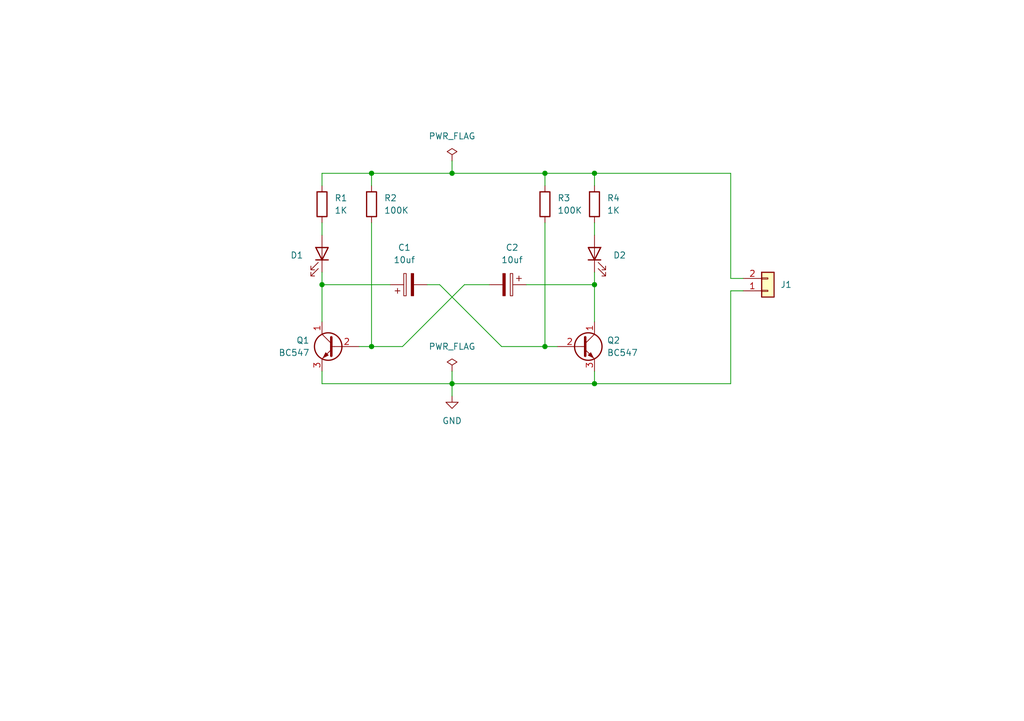
<source format=kicad_sch>
(kicad_sch (version 20230121) (generator eeschema)
  (paper "A5")
  (title_block (title "Astable Multivibrator") (date "2023-10-06") (rev "1") (company "XS-Labs") (comment 1 "Frequency of Oscillation: f = 1/T = 1/1.38RC") (comment 2 "C (Farad): t2 = 0.69C2R2") (comment 3 "R (Ohms): t1 = 0.69C1R3") (comment 4 "Periodic Time: T = t1+t2"))
  (lib_symbols
    (symbol "Connector_Generic:Conn_01x02" (pin_names (offset 1.016) hide)
      (property "Reference" "J" (at 0 2.54 0))
      (property "Value" "Conn_01x02" (at 0 -5.08 0))
      (symbol "Conn_01x02_1_1"
        (rectangle (start -1.27 -2.413) (end 0 -2.667) (stroke (width 0.1524)))
        (rectangle (start -1.27 0.127) (end 0 -0.127) (stroke (width 0.1524)))
        (rectangle (start -1.27 1.27) (end 1.27 -3.81) (stroke (width 0.254)) (fill (type background)))
        (pin passive line (at -5.08 0 0) (length 3.81) (name "Pin_1") (number "1"))
        (pin passive line (at -5.08 -2.54 0) (length 3.81) (name "Pin_2") (number "2"))
      )
    )
    (symbol "Device:C_Polarized" (pin_numbers hide) (pin_names (offset 0.254))
      (property "Reference" "C" (at 0.635 2.54 0))
      (property "Value" "C_Polarized" (at 0.635 -2.54 0))
      (symbol "C_Polarized_0_1"
        (rectangle (start -2.286 0.508) (end 2.286 1.016))
        (polyline (pts (xy -1.778 2.286) (xy -0.762 2.286)))
        (polyline (pts (xy -1.27 2.794) (xy -1.27 1.778)))
        (rectangle (start 2.286 -0.508) (end -2.286 -1.016) (fill (type outline)))
      )
      (symbol "C_Polarized_1_1"
        (pin passive line (at 0 3.81 270) (length 2.794) (name "~") (number "1"))
        (pin passive line (at 0 -3.81 90) (length 2.794) (name "~") (number "2"))
      )
    )
    (symbol "Device:LED" (pin_numbers hide) (pin_names (offset 1.016) hide)
      (property "Reference" "D" (at 0 2.54 0))
      (property "Value" "LED" (at 0 -2.54 0))
      (symbol "LED_0_1"
        (polyline (pts (xy -1.27 -1.27) (xy -1.27 1.27)) (stroke (width 0.254)))
        (polyline (pts (xy -1.27 0) (xy 1.27 0)))
        (polyline (pts (xy 1.27 -1.27) (xy 1.27 1.27) (xy -1.27 0) (xy 1.27 -1.27)) (stroke (width 0.254)))
        (polyline (pts (xy -3.048 -0.762) (xy -4.572 -2.286) (xy -3.81 -2.286) (xy -4.572 -2.286) (xy -4.572 -1.524)))
        (polyline (pts (xy -1.778 -0.762) (xy -3.302 -2.286) (xy -2.54 -2.286) (xy -3.302 -2.286) (xy -3.302 -1.524)))
      )
      (symbol "LED_1_1"
        (pin passive line (at -3.81 0 0) (length 2.54) (name "K") (number "1"))
        (pin passive line (at 3.81 0 180) (length 2.54) (name "A") (number "2"))
      )
    )
    (symbol "Device:R" (pin_numbers hide) (pin_names (offset 0))
      (property "Reference" "R" (at 2.032 0 90))
      (property "Value" "R" (at 0 0 90))
      (symbol "R_0_1"
        (rectangle (start -1.016 -2.54) (end 1.016 2.54) (stroke (width 0.254)))
      )
      (symbol "R_1_1"
        (pin passive line (at 0 3.81 270) (length 1.27) (name "~") (number "1"))
        (pin passive line (at 0 -3.81 90) (length 1.27) (name "~") (number "2"))
      )
    )
    (symbol "Transistor_BJT:BC547" (pin_names (offset 0) hide)
      (property "Reference" "Q" (at 5.08 1.905 0))
      (property "Value" "BC547" (at 5.08 0 0))
      (symbol "BC547_0_1"
        (polyline (pts (xy 0 0) (xy 0.635 0)))
        (polyline (pts (xy 0.635 0.635) (xy 2.54 2.54)))
        (polyline (pts (xy 0.635 -0.635) (xy 2.54 -2.54) (xy 2.54 -2.54)))
        (polyline (pts (xy 0.635 1.905) (xy 0.635 -1.905) (xy 0.635 -1.905)) (stroke (width 0.508)))
        (polyline (pts (xy 1.27 -1.778) (xy 1.778 -1.27) (xy 2.286 -2.286) (xy 1.27 -1.778) (xy 1.27 -1.778)) (fill (type outline)))
        (circle (center 1.27 0) (radius 2.8194) (stroke (width 0.254)))
      )
      (symbol "BC547_1_1"
        (pin passive line (at 2.54 5.08 270) (length 2.54) (name "C") (number "1"))
        (pin input line (at -5.08 0 0) (length 5.08) (name "B") (number "2"))
        (pin passive line (at 2.54 -5.08 90) (length 2.54) (name "E") (number "3"))
      )
    )
    (symbol "power:GND" (power) (pin_names (offset 0))
      (property "Value" "GND" (at 0 -3.81 0))
      (symbol "GND_0_1"
        (polyline (pts (xy 0 0) (xy 0 -1.27) (xy 1.27 -1.27) (xy 0 -2.54) (xy -1.27 -1.27) (xy 0 -1.27)))
      )
      (symbol "GND_1_1"
        (pin power_in line (at 0 0 270) (length 0) hide (name "GND") (number "1"))
      )
    )
    (symbol "power:PWR_FLAG" (power) (pin_numbers hide) (pin_names (offset 0) hide)
      (property "Value" "PWR_FLAG" (at 0 3.81 0))
      (symbol "PWR_FLAG_0_0"
        (pin power_out line (at 0 0 90) (length 0) (name "pwr") (number "1"))
      )
      (symbol "PWR_FLAG_0_1"
        (polyline (pts (xy 0 0) (xy 0 1.27) (xy -1.016 1.905) (xy 0 2.54) (xy 1.016 1.905) (xy 0 1.27)))
      )
    )
  )
  (junction (at 76.2 71.12))
  (junction (at 111.76 35.56))
  (junction (at 92.71 78.74))
  (junction (at 121.92 58.42))
  (junction (at 121.92 78.74))
  (junction (at 66.04 58.42))
  (junction (at 121.92 35.56))
  (junction (at 92.71 35.56))
  (junction (at 111.76 71.12))
  (junction (at 76.2 35.56))
  (wire (pts (xy 92.71 76.2) (xy 92.71 78.74)))
  (wire (pts (xy 121.92 78.74) (xy 149.86 78.74)))
  (wire (pts (xy 92.71 78.74) (xy 121.92 78.74)))
  (wire (pts (xy 66.04 78.74) (xy 92.71 78.74)))
  (wire (pts (xy 149.86 59.69) (xy 152.4 59.69)))
  (wire (pts (xy 121.92 35.56) (xy 149.86 35.56)))
  (wire (pts (xy 121.92 45.72) (xy 121.92 48.26)))
  (wire (pts (xy 90.17 58.42) (xy 102.87 71.12)))
  (wire (pts (xy 149.86 57.15) (xy 152.4 57.15)))
  (wire (pts (xy 66.04 45.72) (xy 66.04 48.26)))
  (wire (pts (xy 149.86 35.56) (xy 149.86 57.15)))
  (wire (pts (xy 66.04 58.42) (xy 66.04 66.04)))
  (wire (pts (xy 102.87 71.12) (xy 111.76 71.12)))
  (wire (pts (xy 111.76 45.72) (xy 111.76 71.12)))
  (wire (pts (xy 121.92 58.42) (xy 121.92 66.04)))
  (wire (pts (xy 87.63 58.42) (xy 90.17 58.42)))
  (wire (pts (xy 66.04 35.56) (xy 66.04 38.1)))
  (wire (pts (xy 111.76 35.56) (xy 121.92 35.56)))
  (wire (pts (xy 111.76 71.12) (xy 114.3 71.12)))
  (wire (pts (xy 121.92 76.2) (xy 121.92 78.74)))
  (wire (pts (xy 66.04 55.88) (xy 66.04 58.42)))
  (wire (pts (xy 76.2 71.12) (xy 82.55 71.12)))
  (wire (pts (xy 66.04 58.42) (xy 80.01 58.42)))
  (wire (pts (xy 76.2 35.56) (xy 76.2 38.1)))
  (wire (pts (xy 73.66 71.12) (xy 76.2 71.12)))
  (wire (pts (xy 149.86 59.69) (xy 149.86 78.74)))
  (wire (pts (xy 76.2 45.72) (xy 76.2 71.12)))
  (wire (pts (xy 121.92 55.88) (xy 121.92 58.42)))
  (wire (pts (xy 95.25 58.42) (xy 100.33 58.42)))
  (wire (pts (xy 66.04 76.2) (xy 66.04 78.74)))
  (wire (pts (xy 95.25 58.42) (xy 82.55 71.12)))
  (wire (pts (xy 66.04 35.56) (xy 76.2 35.56)))
  (wire (pts (xy 76.2 35.56) (xy 92.71 35.56)))
  (wire (pts (xy 92.71 35.56) (xy 111.76 35.56)))
  (wire (pts (xy 111.76 35.56) (xy 111.76 38.1)))
  (wire (pts (xy 92.71 78.74) (xy 92.71 81.28)))
  (wire (pts (xy 92.71 33.02) (xy 92.71 35.56)))
  (wire (pts (xy 107.95 58.42) (xy 121.92 58.42)))
  (wire (pts (xy 121.92 35.56) (xy 121.92 38.1)))
  (symbol (lib_id "Device:R") (at 111.76 41.91 0) (unit 1)
    (property "Reference" "R3" (at 114.3 40.64 0) (effects (justify left)))
    (property "Value" "100K" (at 114.3 43.18 0) (effects (justify left)))
    (property "Footprint" "XS:Resistor-Vishay-CCF07" (effects hide))
  )
  (symbol (lib_id "Device:LED") (at 121.92 52.07 90) (unit 1)
    (property "Reference" "D2" (at 125.73 52.3875 90) (effects (justify right)))
    (property "Value" "LED" (effects hide))
    (property "Footprint" "XS:LED-T1-34-5mm" (effects hide))
  )
  (symbol (lib_id "Device:LED") (at 66.04 52.07 270) (mirror x) (unit 1)
    (property "Reference" "D1" (at 62.23 52.3875 90) (effects (justify right)))
    (property "Value" "LED" (effects hide))
    (property "Footprint" "XS:LED-T1-34-5mm" (effects hide))
  )
  (symbol (lib_id "power:GND") (at 92.71 81.28 0) (unit 1)
    (property "Reference" "#PWR01" (effects hide))
    (property "Value" "GND" (at 92.71 86.36 0))
  )
  (symbol (lib_id "Device:R") (at 121.92 41.91 0) (unit 1)
    (property "Reference" "R4" (at 124.46 40.64 0) (effects (justify left)))
    (property "Value" "1K" (at 124.46 43.18 0) (effects (justify left)))
    (property "Footprint" "XS:Resistor-Vishay-CCF07" (effects hide))
  )
  (symbol (lib_id "Transistor_BJT:BC547") (at 119.38 71.12 0) (unit 1)
    (property "Reference" "Q2" (at 124.46 69.85 0) (effects (justify left)))
    (property "Value" "BC547" (at 124.46 72.39 0) (effects (justify left)))
    (property "Footprint" "XS:Transistor-NPN-TO-92-Line-Spacing-Lead-Form" (effects hide))
    (property "Datasheet" "https://www.onsemi.com/pub/Collateral/BC550-D.pdf" (effects hide))
  )
  (symbol (lib_id "power:PWR_FLAG") (at 92.71 33.02 0) (unit 1)
    (property "Reference" "#FLG01" (effects hide))
    (property "Value" "PWR_FLAG" (at 92.71 27.94 0))
  )
  (symbol (lib_id "Transistor_BJT:BC547") (at 68.58 71.12 0) (mirror y) (unit 1)
    (property "Reference" "Q1" (at 63.5 69.85 0) (effects (justify left)))
    (property "Value" "BC547" (at 63.5 72.39 0) (effects (justify left)))
    (property "Footprint" "XS:Transistor-NPN-TO-92-Line-Spacing-Lead-Form" (effects hide))
    (property "Datasheet" "https://www.onsemi.com/pub/Collateral/BC550-D.pdf" (effects hide))
  )
  (symbol (lib_id "Device:C_Polarized") (at 83.82 58.42 90) (unit 1)
    (property "Reference" "C1" (at 82.931 50.8 90))
    (property "Value" "10uf" (at 82.931 53.34 90))
    (property "Footprint" "XS:Capacitor-Vishay-142-RHS-5x11x2mm" (effects hide))
  )
  (symbol (lib_id "Device:R") (at 66.04 41.91 0) (unit 1)
    (property "Reference" "R1" (at 68.58 40.64 0) (effects (justify left)))
    (property "Value" "1K" (at 68.58 43.18 0) (effects (justify left)))
    (property "Footprint" "XS:Resistor-Vishay-CCF07" (effects hide))
  )
  (symbol (lib_id "Device:R") (at 76.2 41.91 0) (unit 1)
    (property "Reference" "R2" (at 78.74 40.64 0) (effects (justify left)))
    (property "Value" "100K" (at 78.74 43.18 0) (effects (justify left)))
    (property "Footprint" "XS:Resistor-Vishay-CCF07" (effects hide))
  )
  (symbol (lib_id "Connector_Generic:Conn_01x02") (at 157.48 59.69 0) (mirror x) (unit 1)
    (property "Reference" "J1" (at 160.02 58.42 0) (effects (justify left)))
    (property "Value" "Conn_01x02" (effects hide))
    (property "Footprint" "XS:Connector-Wurth-Terminal-Block-2P-3.5mm-691214110002" (effects hide))
  )
  (symbol (lib_id "power:PWR_FLAG") (at 92.71 76.2 0) (unit 1)
    (property "Reference" "#FLG02" (effects hide))
    (property "Value" "PWR_FLAG" (at 92.71 71.12 0))
  )
  (symbol (lib_id "Device:C_Polarized") (at 104.14 58.42 270) (unit 1)
    (property "Reference" "C2" (at 105.029 50.8 90))
    (property "Value" "10uf" (at 105.029 53.34 90))
    (property "Footprint" "XS:Capacitor-Vishay-142-RHS-5x11x2mm" (effects hide))
  )
)
</source>
